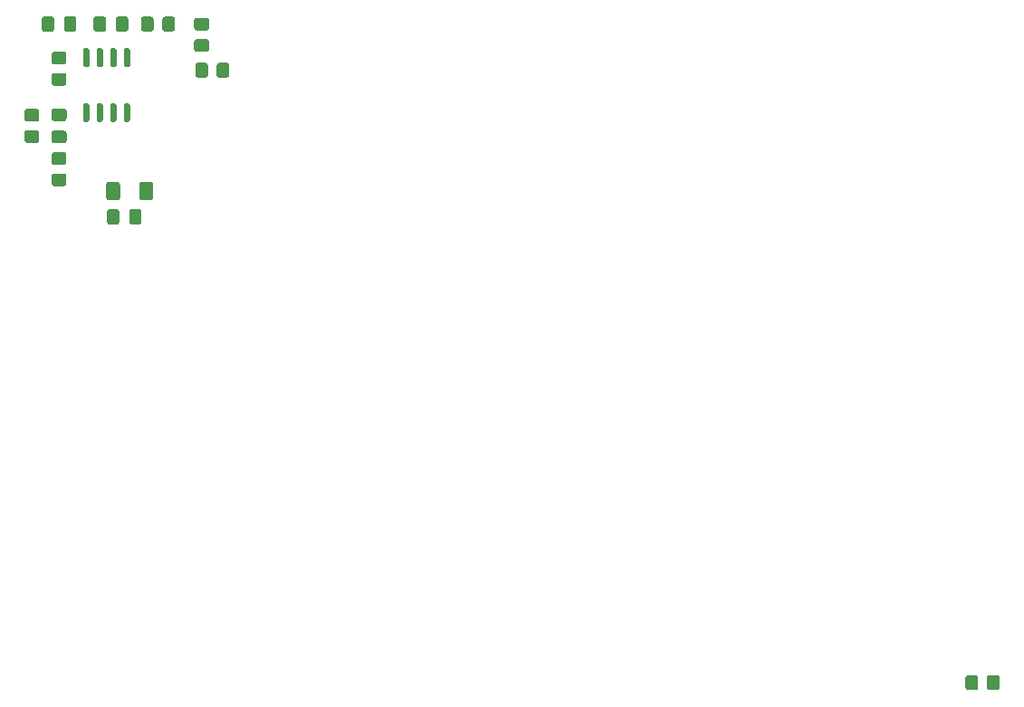
<source format=gbr>
%TF.GenerationSoftware,KiCad,Pcbnew,(5.1.9)-1*%
%TF.CreationDate,2021-10-04T18:28:26-04:00*%
%TF.ProjectId,In9 Music Visualizer RevC,496e3920-4d75-4736-9963-205669737561,rev?*%
%TF.SameCoordinates,Original*%
%TF.FileFunction,Paste,Bot*%
%TF.FilePolarity,Positive*%
%FSLAX46Y46*%
G04 Gerber Fmt 4.6, Leading zero omitted, Abs format (unit mm)*
G04 Created by KiCad (PCBNEW (5.1.9)-1) date 2021-10-04 18:28:26*
%MOMM*%
%LPD*%
G01*
G04 APERTURE LIST*
G04 APERTURE END LIST*
%TO.C,R13*%
G36*
G01*
X67829000Y-78476001D02*
X67829000Y-77225999D01*
G75*
G02*
X68078999Y-76976000I249999J0D01*
G01*
X68879001Y-76976000D01*
G75*
G02*
X69129000Y-77225999I0J-249999D01*
G01*
X69129000Y-78476001D01*
G75*
G02*
X68879001Y-78726000I-249999J0D01*
G01*
X68078999Y-78726000D01*
G75*
G02*
X67829000Y-78476001I0J249999D01*
G01*
G37*
G36*
G01*
X64729000Y-78476001D02*
X64729000Y-77225999D01*
G75*
G02*
X64978999Y-76976000I249999J0D01*
G01*
X65779001Y-76976000D01*
G75*
G02*
X66029000Y-77225999I0J-249999D01*
G01*
X66029000Y-78476001D01*
G75*
G02*
X65779001Y-78726000I-249999J0D01*
G01*
X64978999Y-78726000D01*
G75*
G02*
X64729000Y-78476001I0J249999D01*
G01*
G37*
%TD*%
%TO.C,R10*%
G36*
G01*
X60775001Y-66005000D02*
X59874999Y-66005000D01*
G75*
G02*
X59625000Y-65755001I0J249999D01*
G01*
X59625000Y-65054999D01*
G75*
G02*
X59874999Y-64805000I249999J0D01*
G01*
X60775001Y-64805000D01*
G75*
G02*
X61025000Y-65054999I0J-249999D01*
G01*
X61025000Y-65755001D01*
G75*
G02*
X60775001Y-66005000I-249999J0D01*
G01*
G37*
G36*
G01*
X60775001Y-68005000D02*
X59874999Y-68005000D01*
G75*
G02*
X59625000Y-67755001I0J249999D01*
G01*
X59625000Y-67054999D01*
G75*
G02*
X59874999Y-66805000I249999J0D01*
G01*
X60775001Y-66805000D01*
G75*
G02*
X61025000Y-67054999I0J-249999D01*
G01*
X61025000Y-67755001D01*
G75*
G02*
X60775001Y-68005000I-249999J0D01*
G01*
G37*
%TD*%
%TO.C,U2*%
G36*
G01*
X62715000Y-69645000D02*
X63015000Y-69645000D01*
G75*
G02*
X63165000Y-69795000I0J-150000D01*
G01*
X63165000Y-71245000D01*
G75*
G02*
X63015000Y-71395000I-150000J0D01*
G01*
X62715000Y-71395000D01*
G75*
G02*
X62565000Y-71245000I0J150000D01*
G01*
X62565000Y-69795000D01*
G75*
G02*
X62715000Y-69645000I150000J0D01*
G01*
G37*
G36*
G01*
X63985000Y-69645000D02*
X64285000Y-69645000D01*
G75*
G02*
X64435000Y-69795000I0J-150000D01*
G01*
X64435000Y-71245000D01*
G75*
G02*
X64285000Y-71395000I-150000J0D01*
G01*
X63985000Y-71395000D01*
G75*
G02*
X63835000Y-71245000I0J150000D01*
G01*
X63835000Y-69795000D01*
G75*
G02*
X63985000Y-69645000I150000J0D01*
G01*
G37*
G36*
G01*
X65255000Y-69645000D02*
X65555000Y-69645000D01*
G75*
G02*
X65705000Y-69795000I0J-150000D01*
G01*
X65705000Y-71245000D01*
G75*
G02*
X65555000Y-71395000I-150000J0D01*
G01*
X65255000Y-71395000D01*
G75*
G02*
X65105000Y-71245000I0J150000D01*
G01*
X65105000Y-69795000D01*
G75*
G02*
X65255000Y-69645000I150000J0D01*
G01*
G37*
G36*
G01*
X66525000Y-69645000D02*
X66825000Y-69645000D01*
G75*
G02*
X66975000Y-69795000I0J-150000D01*
G01*
X66975000Y-71245000D01*
G75*
G02*
X66825000Y-71395000I-150000J0D01*
G01*
X66525000Y-71395000D01*
G75*
G02*
X66375000Y-71245000I0J150000D01*
G01*
X66375000Y-69795000D01*
G75*
G02*
X66525000Y-69645000I150000J0D01*
G01*
G37*
G36*
G01*
X66525000Y-64495000D02*
X66825000Y-64495000D01*
G75*
G02*
X66975000Y-64645000I0J-150000D01*
G01*
X66975000Y-66095000D01*
G75*
G02*
X66825000Y-66245000I-150000J0D01*
G01*
X66525000Y-66245000D01*
G75*
G02*
X66375000Y-66095000I0J150000D01*
G01*
X66375000Y-64645000D01*
G75*
G02*
X66525000Y-64495000I150000J0D01*
G01*
G37*
G36*
G01*
X65255000Y-64495000D02*
X65555000Y-64495000D01*
G75*
G02*
X65705000Y-64645000I0J-150000D01*
G01*
X65705000Y-66095000D01*
G75*
G02*
X65555000Y-66245000I-150000J0D01*
G01*
X65255000Y-66245000D01*
G75*
G02*
X65105000Y-66095000I0J150000D01*
G01*
X65105000Y-64645000D01*
G75*
G02*
X65255000Y-64495000I150000J0D01*
G01*
G37*
G36*
G01*
X63985000Y-64495000D02*
X64285000Y-64495000D01*
G75*
G02*
X64435000Y-64645000I0J-150000D01*
G01*
X64435000Y-66095000D01*
G75*
G02*
X64285000Y-66245000I-150000J0D01*
G01*
X63985000Y-66245000D01*
G75*
G02*
X63835000Y-66095000I0J150000D01*
G01*
X63835000Y-64645000D01*
G75*
G02*
X63985000Y-64495000I150000J0D01*
G01*
G37*
G36*
G01*
X62715000Y-64495000D02*
X63015000Y-64495000D01*
G75*
G02*
X63165000Y-64645000I0J-150000D01*
G01*
X63165000Y-66095000D01*
G75*
G02*
X63015000Y-66245000I-150000J0D01*
G01*
X62715000Y-66245000D01*
G75*
G02*
X62565000Y-66095000I0J150000D01*
G01*
X62565000Y-64645000D01*
G75*
G02*
X62715000Y-64495000I150000J0D01*
G01*
G37*
%TD*%
%TO.C,R14*%
G36*
G01*
X69980000Y-62680001D02*
X69980000Y-61779999D01*
G75*
G02*
X70229999Y-61530000I249999J0D01*
G01*
X70930001Y-61530000D01*
G75*
G02*
X71180000Y-61779999I0J-249999D01*
G01*
X71180000Y-62680001D01*
G75*
G02*
X70930001Y-62930000I-249999J0D01*
G01*
X70229999Y-62930000D01*
G75*
G02*
X69980000Y-62680001I0J249999D01*
G01*
G37*
G36*
G01*
X67980000Y-62680001D02*
X67980000Y-61779999D01*
G75*
G02*
X68229999Y-61530000I249999J0D01*
G01*
X68930001Y-61530000D01*
G75*
G02*
X69180000Y-61779999I0J-249999D01*
G01*
X69180000Y-62680001D01*
G75*
G02*
X68930001Y-62930000I-249999J0D01*
G01*
X68229999Y-62930000D01*
G75*
G02*
X67980000Y-62680001I0J249999D01*
G01*
G37*
%TD*%
%TO.C,R12*%
G36*
G01*
X60775001Y-75403000D02*
X59874999Y-75403000D01*
G75*
G02*
X59625000Y-75153001I0J249999D01*
G01*
X59625000Y-74452999D01*
G75*
G02*
X59874999Y-74203000I249999J0D01*
G01*
X60775001Y-74203000D01*
G75*
G02*
X61025000Y-74452999I0J-249999D01*
G01*
X61025000Y-75153001D01*
G75*
G02*
X60775001Y-75403000I-249999J0D01*
G01*
G37*
G36*
G01*
X60775001Y-77403000D02*
X59874999Y-77403000D01*
G75*
G02*
X59625000Y-77153001I0J249999D01*
G01*
X59625000Y-76452999D01*
G75*
G02*
X59874999Y-76203000I249999J0D01*
G01*
X60775001Y-76203000D01*
G75*
G02*
X61025000Y-76452999I0J-249999D01*
G01*
X61025000Y-77153001D01*
G75*
G02*
X60775001Y-77403000I-249999J0D01*
G01*
G37*
%TD*%
%TO.C,R11*%
G36*
G01*
X75060000Y-66998001D02*
X75060000Y-66097999D01*
G75*
G02*
X75309999Y-65848000I249999J0D01*
G01*
X76010001Y-65848000D01*
G75*
G02*
X76260000Y-66097999I0J-249999D01*
G01*
X76260000Y-66998001D01*
G75*
G02*
X76010001Y-67248000I-249999J0D01*
G01*
X75309999Y-67248000D01*
G75*
G02*
X75060000Y-66998001I0J249999D01*
G01*
G37*
G36*
G01*
X73060000Y-66998001D02*
X73060000Y-66097999D01*
G75*
G02*
X73309999Y-65848000I249999J0D01*
G01*
X74010001Y-65848000D01*
G75*
G02*
X74260000Y-66097999I0J-249999D01*
G01*
X74260000Y-66998001D01*
G75*
G02*
X74010001Y-67248000I-249999J0D01*
G01*
X73309999Y-67248000D01*
G75*
G02*
X73060000Y-66998001I0J249999D01*
G01*
G37*
%TD*%
%TO.C,R8*%
G36*
G01*
X73209999Y-63630000D02*
X74110001Y-63630000D01*
G75*
G02*
X74360000Y-63879999I0J-249999D01*
G01*
X74360000Y-64580001D01*
G75*
G02*
X74110001Y-64830000I-249999J0D01*
G01*
X73209999Y-64830000D01*
G75*
G02*
X72960000Y-64580001I0J249999D01*
G01*
X72960000Y-63879999D01*
G75*
G02*
X73209999Y-63630000I249999J0D01*
G01*
G37*
G36*
G01*
X73209999Y-61630000D02*
X74110001Y-61630000D01*
G75*
G02*
X74360000Y-61879999I0J-249999D01*
G01*
X74360000Y-62580001D01*
G75*
G02*
X74110001Y-62830000I-249999J0D01*
G01*
X73209999Y-62830000D01*
G75*
G02*
X72960000Y-62580001I0J249999D01*
G01*
X72960000Y-61879999D01*
G75*
G02*
X73209999Y-61630000I249999J0D01*
G01*
G37*
%TD*%
%TO.C,R7*%
G36*
G01*
X58235001Y-71355000D02*
X57334999Y-71355000D01*
G75*
G02*
X57085000Y-71105001I0J249999D01*
G01*
X57085000Y-70404999D01*
G75*
G02*
X57334999Y-70155000I249999J0D01*
G01*
X58235001Y-70155000D01*
G75*
G02*
X58485000Y-70404999I0J-249999D01*
G01*
X58485000Y-71105001D01*
G75*
G02*
X58235001Y-71355000I-249999J0D01*
G01*
G37*
G36*
G01*
X58235001Y-73355000D02*
X57334999Y-73355000D01*
G75*
G02*
X57085000Y-73105001I0J249999D01*
G01*
X57085000Y-72404999D01*
G75*
G02*
X57334999Y-72155000I249999J0D01*
G01*
X58235001Y-72155000D01*
G75*
G02*
X58485000Y-72404999I0J-249999D01*
G01*
X58485000Y-73105001D01*
G75*
G02*
X58235001Y-73355000I-249999J0D01*
G01*
G37*
%TD*%
%TO.C,R1*%
G36*
G01*
X146285000Y-123374999D02*
X146285000Y-124275001D01*
G75*
G02*
X146035001Y-124525000I-249999J0D01*
G01*
X145334999Y-124525000D01*
G75*
G02*
X145085000Y-124275001I0J249999D01*
G01*
X145085000Y-123374999D01*
G75*
G02*
X145334999Y-123125000I249999J0D01*
G01*
X146035001Y-123125000D01*
G75*
G02*
X146285000Y-123374999I0J-249999D01*
G01*
G37*
G36*
G01*
X148285000Y-123374999D02*
X148285000Y-124275001D01*
G75*
G02*
X148035001Y-124525000I-249999J0D01*
G01*
X147334999Y-124525000D01*
G75*
G02*
X147085000Y-124275001I0J249999D01*
G01*
X147085000Y-123374999D01*
G75*
G02*
X147334999Y-123125000I249999J0D01*
G01*
X148035001Y-123125000D01*
G75*
G02*
X148285000Y-123374999I0J-249999D01*
G01*
G37*
%TD*%
%TO.C,C17*%
G36*
G01*
X66871000Y-80739000D02*
X66871000Y-79789000D01*
G75*
G02*
X67121000Y-79539000I250000J0D01*
G01*
X67796000Y-79539000D01*
G75*
G02*
X68046000Y-79789000I0J-250000D01*
G01*
X68046000Y-80739000D01*
G75*
G02*
X67796000Y-80989000I-250000J0D01*
G01*
X67121000Y-80989000D01*
G75*
G02*
X66871000Y-80739000I0J250000D01*
G01*
G37*
G36*
G01*
X64796000Y-80739000D02*
X64796000Y-79789000D01*
G75*
G02*
X65046000Y-79539000I250000J0D01*
G01*
X65721000Y-79539000D01*
G75*
G02*
X65971000Y-79789000I0J-250000D01*
G01*
X65971000Y-80739000D01*
G75*
G02*
X65721000Y-80989000I-250000J0D01*
G01*
X65046000Y-80989000D01*
G75*
G02*
X64796000Y-80739000I0J250000D01*
G01*
G37*
%TD*%
%TO.C,C16*%
G36*
G01*
X59875000Y-61755000D02*
X59875000Y-62705000D01*
G75*
G02*
X59625000Y-62955000I-250000J0D01*
G01*
X58950000Y-62955000D01*
G75*
G02*
X58700000Y-62705000I0J250000D01*
G01*
X58700000Y-61755000D01*
G75*
G02*
X58950000Y-61505000I250000J0D01*
G01*
X59625000Y-61505000D01*
G75*
G02*
X59875000Y-61755000I0J-250000D01*
G01*
G37*
G36*
G01*
X61950000Y-61755000D02*
X61950000Y-62705000D01*
G75*
G02*
X61700000Y-62955000I-250000J0D01*
G01*
X61025000Y-62955000D01*
G75*
G02*
X60775000Y-62705000I0J250000D01*
G01*
X60775000Y-61755000D01*
G75*
G02*
X61025000Y-61505000I250000J0D01*
G01*
X61700000Y-61505000D01*
G75*
G02*
X61950000Y-61755000I0J-250000D01*
G01*
G37*
%TD*%
%TO.C,C15*%
G36*
G01*
X65622500Y-62705000D02*
X65622500Y-61755000D01*
G75*
G02*
X65872500Y-61505000I250000J0D01*
G01*
X66547500Y-61505000D01*
G75*
G02*
X66797500Y-61755000I0J-250000D01*
G01*
X66797500Y-62705000D01*
G75*
G02*
X66547500Y-62955000I-250000J0D01*
G01*
X65872500Y-62955000D01*
G75*
G02*
X65622500Y-62705000I0J250000D01*
G01*
G37*
G36*
G01*
X63547500Y-62705000D02*
X63547500Y-61755000D01*
G75*
G02*
X63797500Y-61505000I250000J0D01*
G01*
X64472500Y-61505000D01*
G75*
G02*
X64722500Y-61755000I0J-250000D01*
G01*
X64722500Y-62705000D01*
G75*
G02*
X64472500Y-62955000I-250000J0D01*
G01*
X63797500Y-62955000D01*
G75*
G02*
X63547500Y-62705000I0J250000D01*
G01*
G37*
%TD*%
%TO.C,C14*%
G36*
G01*
X59850000Y-72205000D02*
X60800000Y-72205000D01*
G75*
G02*
X61050000Y-72455000I0J-250000D01*
G01*
X61050000Y-73130000D01*
G75*
G02*
X60800000Y-73380000I-250000J0D01*
G01*
X59850000Y-73380000D01*
G75*
G02*
X59600000Y-73130000I0J250000D01*
G01*
X59600000Y-72455000D01*
G75*
G02*
X59850000Y-72205000I250000J0D01*
G01*
G37*
G36*
G01*
X59850000Y-70130000D02*
X60800000Y-70130000D01*
G75*
G02*
X61050000Y-70380000I0J-250000D01*
G01*
X61050000Y-71055000D01*
G75*
G02*
X60800000Y-71305000I-250000J0D01*
G01*
X59850000Y-71305000D01*
G75*
G02*
X59600000Y-71055000I0J250000D01*
G01*
X59600000Y-70380000D01*
G75*
G02*
X59850000Y-70130000I250000J0D01*
G01*
G37*
%TD*%
M02*

</source>
